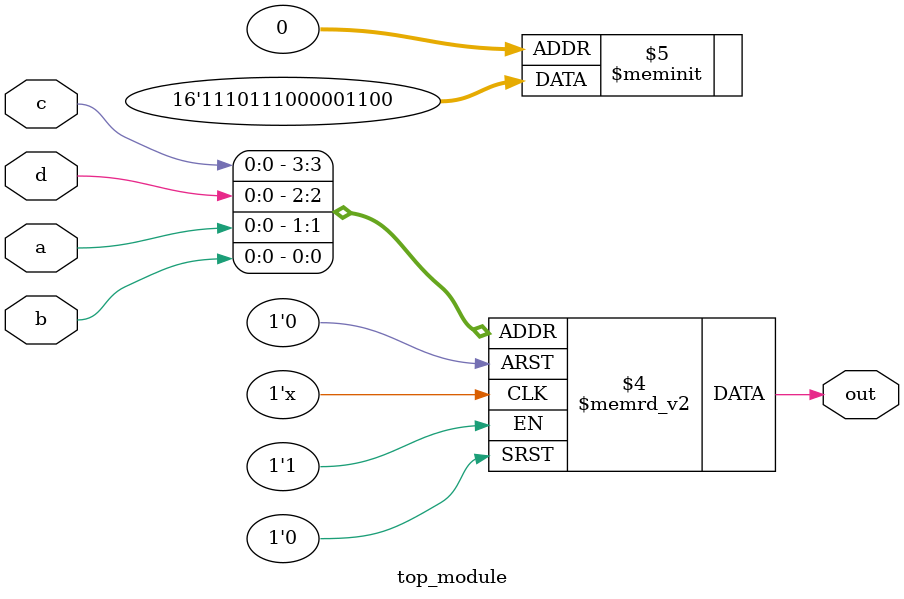
<source format=sv>
module top_module (
    input a, 
    input b,
    input c,
    input d,
    output reg out
);

    always @(*) begin
        case ({c, d, a, b})
            4'b0000: out = 0;
            4'b0001: out = 0;
            4'b0010: out = 1;
            4'b0011: out = 1;
            4'b0100: out = 0;
            4'b0101: out = 0;
            4'b0110: out = 0; // don't-care condition, chose 0
            4'b0111: out = 0; // don't-care condition, chose 0
            4'b1000: out = 0;
            4'b1001: out = 1;
            4'b1010: out = 1;
            4'b1011: out = 1;
            4'b1100: out = 0;
            4'b1101: out = 1;
            4'b1110: out = 1;
            4'b1111: out = 1;
            default: out = 0;
        endcase
    end

endmodule

</source>
